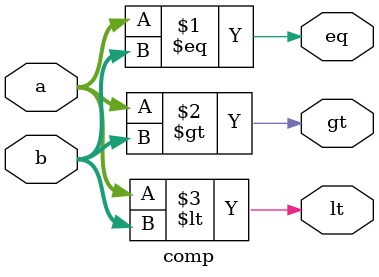
<source format=v>
module comp (
    output eq,
    output gt,
    output lt,
    input  [1:0] a,
    input  [1:0] b
);
    // Compare two 2-bit numbers
    assign eq = (a == b);
    assign gt = (a >  b);
    assign lt = (a <  b);
endmodule

</source>
